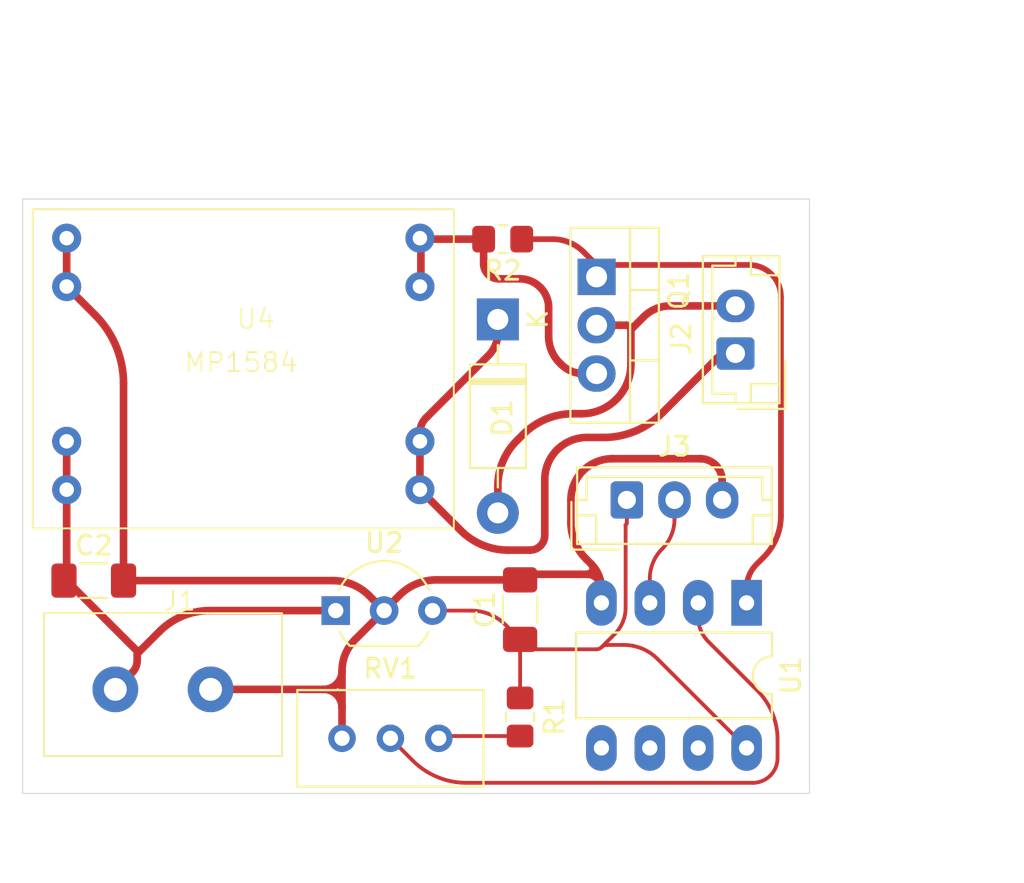
<source format=kicad_pcb>
(kicad_pcb (version 20240108) (generator "pcbnew") (generator_version "8.0")
  (layers (0 "F.Cu" signal) (31 "B.Cu" signal) (34 "B.Paste" user) (35 "F.Paste" user) (36 "B.SilkS" user "B.Silkscreen") (37 "F.SilkS" user "F.Silkscreen") (38 "B.Mask" user) (39 "F.Mask" user) (44 "Edge.Cuts" user))
  (net 0 "")
  (net 1 "GND")
  (net 2 "VCC")
  (net 3 "Net-(D1-A)")
  (net 4 "Net-(D1-K)")
  (net 5 "SIG")
  (net 6 "Net-(Q1-S)")
  (net 7 "Net-(R1-Pad2)")
  (net 8 "Net-(U1A--)")
  (net 12 "Net-(J3-Pin_3)")
  (net 13 "Net-(J3-Pin_2)")
  (footprint "Potentiometer_THT:Potentiometer_Bourns_3296W_Vertical" (layer "F.Cu") (at 77.6732 61.3918)
    (property "Reference" "RV1" (at -2.54 -3.66 0) (layer "F.SilkS"))
    (property "Value" "10k")
    (fp_line (start -7.425 -2.53) (end -7.425 2.54) (stroke (width 0.12)) (layer "F.SilkS"))
    (fp_line (start -7.425 -2.53) (end 2.345 -2.53) (stroke (width 0.12)) (layer "F.SilkS"))
    (fp_line (start -7.425 2.54) (end 2.345 2.54) (stroke (width 0.12)) (layer "F.SilkS"))
    (fp_line (start 2.345 -2.53) (end 2.345 2.54) (stroke (width 0.12)) (layer "F.SilkS"))
    (pad "1" thru_hole circle (at 0 0) (size 1.44 1.44) (drill 0.8) (layers "*.Cu" "*.Mask") (net 7 "Net-(R1-Pad2)"))
    (pad "2" thru_hole circle (at -2.54 0) (size 1.44 1.44) (drill 0.8) (layers "*.Cu" "*.Mask") (net 8 "Net-(U1A--)"))
    (pad "3" thru_hole circle (at -5.08 0) (size 1.44 1.44) (drill 0.8) (layers "*.Cu" "*.Mask") (net 1 "GND"))
  )
  (footprint "Connector:Screw terminal" (layer "F.Cu") (at 63.1952 58.9224)
    (property "Reference" "J1" (at 0.8636 -4.7442 0) (layer "F.SilkS") (effects (font (thickness 0.1))))
    (property "Value" "Screw_Terminal_01x02")
    (fp_rect (start -6.25 -4.1) (end 6.25 3.4) (stroke (width 0.1)) (fill none) (layer "F.SilkS"))
    (pad "1" thru_hole circle (at -2.5 -0.1) (size 2.4 2.4) (drill 1.2) (layers "*.Cu" "*.Mask") (net 2 "VCC"))
    (pad "2" thru_hole circle (at 2.5 -0.1) (size 2.4 2.4) (drill 1.2) (layers "*.Cu" "*.Mask") (net 1 "GND"))
  )
  (footprint "Module:MP1584" (layer "F.Cu") (at 69.0626 41.2242)
    (property "Reference" "U4" (at -0.9906 -1.8542 0) (layer "F.SilkS") (effects (font (thickness 0.1))))
    (property "Value" "MP1584")
    (fp_rect (start -12.7 -7.62) (end 9.398 9.144) (stroke (width 0.1)) (fill none) (layer "F.SilkS"))
    (fp_text user "MP1584" (at -1.778 1.016 0) (layer "F.SilkS") (effects (font (thickness 0.1)) (justify bottom)))
    (pad "1" thru_hole circle (at -10.922 -6.096) (size 1.524 1.524) (drill 0.762) (layers "*.Cu" "*.Mask") (net 1 "GND"))
    (pad "1" thru_hole circle (at -10.922 -3.556) (size 1.524 1.524) (drill 0.762) (layers "*.Cu" "*.Mask") (net 1 "GND"))
    (pad "2" thru_hole circle (at -10.922 4.572) (size 1.524 1.524) (drill 0.762) (layers "*.Cu" "*.Mask") (net 2 "VCC"))
    (pad "2" thru_hole circle (at -10.922 7.112) (size 1.524 1.524) (drill 0.762) (layers "*.Cu" "*.Mask") (net 2 "VCC"))
    (pad "3" thru_hole circle (at 7.62 -6.096) (size 1.524 1.524) (drill 0.762) (layers "*.Cu" "*.Mask") (net 6 "Net-(Q1-S)"))
    (pad "3" thru_hole circle (at 7.62 -3.556) (size 1.524 1.524) (drill 0.762) (layers "*.Cu" "*.Mask") (net 6 "Net-(Q1-S)"))
    (pad "4" thru_hole circle (at 7.62 4.572) (size 1.524 1.524) (drill 0.762) (layers "*.Cu" "*.Mask") (net 4 "Net-(D1-K)"))
    (pad "4" thru_hole circle (at 7.62 7.112) (size 1.524 1.524) (drill 0.762) (layers "*.Cu" "*.Mask") (net 4 "Net-(D1-K)"))
  )
  (footprint "Resistor_SMD:R_0805_2012Metric_Pad1.20x1.40mm_HandSolder" (layer "F.Cu") (at 81.9404 60.2742 -90)
    (property "Reference" "R1" (at 0 -1.8034 90) (layer "F.SilkS"))
    (property "Value" "10k")
    (fp_line (start -0.227064 0.735) (end 0.227064 0.735) (stroke (width 0.12)) (layer "F.SilkS"))
    (fp_line (start -0.227064 -0.735) (end 0.227064 -0.735) (stroke (width 0.12)) (layer "F.SilkS"))
    (pad "1" smd roundrect (at -1 0 270) (size 1.2 1.4) (layers "F.Cu" "F.Paste" "F.Mask") (roundrect_rratio 0.208333) (net 12 "Net-(J3-Pin_3)"))
    (pad "2" smd roundrect (at 1 0 270) (size 1.2 1.4) (layers "F.Cu" "F.Paste" "F.Mask") (roundrect_rratio 0.208333) (net 7 "Net-(R1-Pad2)"))
  )
  (footprint "Capacitor_SMD:C_1206_3216Metric_Pad1.33x1.80mm_HandSolder" (layer "F.Cu") (at 81.9404 54.6354 90)
    (property "Reference" "C1" (at 0 -1.85 -90) (layer "F.SilkS"))
    (property "Value" "100nf")
    (fp_line (start -0.711252 -0.91) (end 0.711252 -0.91) (stroke (width 0.12)) (layer "F.SilkS"))
    (fp_line (start -0.711252 0.91) (end 0.711252 0.91) (stroke (width 0.12)) (layer "F.SilkS"))
    (pad "1" smd roundrect (at -1.5625 0 90) (size 1.325 1.8) (layers "F.Cu" "F.Paste" "F.Mask") (roundrect_rratio 0.188679) (net 12 "Net-(J3-Pin_3)"))
    (pad "2" smd roundrect (at 1.5625 0 90) (size 1.325 1.8) (layers "F.Cu" "F.Paste" "F.Mask") (roundrect_rratio 0.188679) (net 1 "GND"))
  )
  (footprint "Diode_THT:D_DO-41_SOD81_P10.16mm_Horizontal" (layer "F.Cu") (at 80.772 39.3954 -90)
    (property "Reference" "D1" (at 5.1816 -0.2286 90) (layer "F.SilkS"))
    (property "Value" "1N5819")
    (fp_line (start 2.36 1.47) (end 7.8 1.47) (stroke (width 0.12)) (layer "F.SilkS"))
    (fp_line (start 7.8 1.47) (end 7.8 -1.47) (stroke (width 0.12)) (layer "F.SilkS"))
    (fp_line (start 1.34 0) (end 2.36 0) (stroke (width 0.12)) (layer "F.SilkS"))
    (fp_line (start 8.82 0) (end 7.8 0) (stroke (width 0.12)) (layer "F.SilkS"))
    (fp_line (start 2.36 -1.47) (end 2.36 1.47) (stroke (width 0.12)) (layer "F.SilkS"))
    (fp_line (start 3.14 -1.47) (end 3.14 1.47) (stroke (width 0.12)) (layer "F.SilkS"))
    (fp_line (start 3.26 -1.47) (end 3.26 1.47) (stroke (width 0.12)) (layer "F.SilkS"))
    (fp_line (start 3.38 -1.47) (end 3.38 1.47) (stroke (width 0.12)) (layer "F.SilkS"))
    (fp_line (start 7.8 -1.47) (end 2.36 -1.47) (stroke (width 0.12)) (layer "F.SilkS"))
    (fp_text user "K" (at 0 -2.1 90) (layer "F.SilkS"))
    (pad "1" thru_hole rect (at 0 0 270) (size 2.2 2.2) (drill 1.1) (layers "*.Cu" "*.Mask") (net 4 "Net-(D1-K)"))
    (pad "2" thru_hole oval (at 10.16 0 270) (size 2.2 2.2) (drill 1.1) (layers "*.Cu" "*.Mask") (net 3 "Net-(D1-A)"))
  )
  (footprint "Capacitor_SMD:C_1206_3216Metric_Pad1.33x1.80mm_HandSolder" (layer "F.Cu") (at 59.563 53.1114)
    (property "Reference" "C2" (at 0 -1.85 0) (layer "F.SilkS"))
    (property "Value" "100nf")
    (fp_line (start -0.711252 -0.91) (end 0.711252 -0.91) (stroke (width 0.12)) (layer "F.SilkS"))
    (fp_line (start -0.711252 0.91) (end 0.711252 0.91) (stroke (width 0.12)) (layer "F.SilkS"))
    (pad "1" smd roundrect (at -1.5625 0) (size 1.325 1.8) (layers "F.Cu" "F.Paste" "F.Mask") (roundrect_rratio 0.188679) (net 2 "VCC"))
    (pad "2" smd roundrect (at 1.5625 0) (size 1.325 1.8) (layers "F.Cu" "F.Paste" "F.Mask") (roundrect_rratio 0.188679) (net 1 "GND"))
  )
  (footprint "Connector_JST:JST_EH_B2B-EH-A_1x02_P2.50mm_Vertical" (layer "F.Cu") (at 93.2434 41.1842 90)
    (property "Reference" "J2" (at 0.7728 -2.8448 -90) (layer "F.SilkS"))
    (property "Value" "Screw_Terminal_01x02")
    (fp_line (start 5.11 -1.71) (end -2.61 -1.71) (stroke (width 0.12)) (layer "F.SilkS"))
    (fp_line (start -2.61 -1.71) (end -2.61 2.31) (stroke (width 0.12)) (layer "F.SilkS"))
    (fp_line (start 4.61 -1.21) (end 4.61 0) (stroke (width 0.12)) (layer "F.SilkS"))
    (fp_line (start -2.11 -1.21) (end 4.61 -1.21) (stroke (width 0.12)) (layer "F.SilkS"))
    (fp_line (start 4.61 0) (end 5.11 0) (stroke (width 0.12)) (layer "F.SilkS"))
    (fp_line (start -2.11 0) (end -2.11 -1.21) (stroke (width 0.12)) (layer "F.SilkS"))
    (fp_line (start -2.61 0) (end -2.11 0) (stroke (width 0.12)) (layer "F.SilkS"))
    (fp_line (start -2.91 0.11) (end -2.91 2.61) (stroke (width 0.12)) (layer "F.SilkS"))
    (fp_line (start 5.11 0.81) (end 4.11 0.81) (stroke (width 0.12)) (layer "F.SilkS"))
    (fp_line (start 4.11 0.81) (end 4.11 2.31) (stroke (width 0.12)) (layer "F.SilkS"))
    (fp_line (start -1.61 0.81) (end -1.61 2.31) (stroke (width 0.12)) (layer "F.SilkS"))
    (fp_line (start -2.61 0.81) (end -1.61 0.81) (stroke (width 0.12)) (layer "F.SilkS"))
    (fp_line (start 5.11 2.31) (end 5.11 -1.71) (stroke (width 0.12)) (layer "F.SilkS"))
    (fp_line (start -2.61 2.31) (end 5.11 2.31) (stroke (width 0.12)) (layer "F.SilkS"))
    (fp_line (start -2.91 2.61) (end -0.41 2.61) (stroke (width 0.12)) (layer "F.SilkS"))
    (pad "1" thru_hole roundrect (at 0 0 90) (size 1.7 2) (drill 1) (layers "*.Cu" "*.Mask") (roundrect_rratio 0.147059) (net 4 "Net-(D1-K)"))
    (pad "2" thru_hole oval (at 2.5 0 90) (size 1.7 2) (drill 1) (layers "*.Cu" "*.Mask") (net 3 "Net-(D1-A)"))
  )
  (footprint "Connector_JST:JST_EH_B3B-EH-A_1x03_P2.50mm_Vertical" (layer "F.Cu") (at 87.543 48.8744)
    (property "Reference" "J3" (at 2.5 -2.8 0) (layer "F.SilkS"))
    (property "Value" "Screw_Terminal_01x03")
    (fp_line (start -2.91 0.11) (end -2.91 2.61) (stroke (width 0.12)) (layer "F.SilkS"))
    (fp_line (start -2.91 2.61) (end -0.41 2.61) (stroke (width 0.12)) (layer "F.SilkS"))
    (fp_line (start -2.61 -1.71) (end -2.61 2.31) (stroke (width 0.12)) (layer "F.SilkS"))
    (fp_line (start -2.61 0) (end -2.11 0) (stroke (width 0.12)) (layer "F.SilkS"))
    (fp_line (start -2.61 0.81) (end -1.61 0.81) (stroke (width 0.12)) (layer "F.SilkS"))
    (fp_line (start -2.61 2.31) (end 7.61 2.31) (stroke (width 0.12)) (layer "F.SilkS"))
    (fp_line (start -2.11 -1.21) (end 7.11 -1.21) (stroke (width 0.12)) (layer "F.SilkS"))
    (fp_line (start -2.11 0) (end -2.11 -1.21) (stroke (width 0.12)) (layer "F.SilkS"))
    (fp_line (start -1.61 0.81) (end -1.61 2.31) (stroke (width 0.12)) (layer "F.SilkS"))
    (fp_line (start 6.61 0.81) (end 6.61 2.31) (stroke (width 0.12)) (layer "F.SilkS"))
    (fp_line (start 7.11 -1.21) (end 7.11 0) (stroke (width 0.12)) (layer "F.SilkS"))
    (fp_line (start 7.11 0) (end 7.61 0) (stroke (width 0.12)) (layer "F.SilkS"))
    (fp_line (start 7.61 -1.71) (end -2.61 -1.71) (stroke (width 0.12)) (layer "F.SilkS"))
    (fp_line (start 7.61 0.81) (end 6.61 0.81) (stroke (width 0.12)) (layer "F.SilkS"))
    (fp_line (start 7.61 2.31) (end 7.61 -1.71) (stroke (width 0.12)) (layer "F.SilkS"))
    (pad "1" thru_hole roundrect (at 0 0) (size 1.7 1.95) (drill 0.95) (layers "*.Cu" "*.Mask") (roundrect_rratio 0.147059) (net 12 "Net-(J3-Pin_3)"))
    (pad "2" thru_hole oval (at 2.5 0) (size 1.7 1.95) (drill 0.95) (layers "*.Cu" "*.Mask") (net 13 "Net-(J3-Pin_2)"))
    (pad "3" thru_hole oval (at 5 0) (size 1.7 1.95) (drill 0.95) (layers "*.Cu" "*.Mask") (net 1 "GND"))
  )
  (footprint "Package_DIP:DIP-8_W7.62mm_LongPads" (layer "F.Cu") (at 93.8276 54.2798 -90)
    (property "Reference" "U1" (at 3.81 -2.33 90) (layer "F.SilkS"))
    (property "Value" "LM358")
    (fp_line (start 1.56 8.95) (end 6.06 8.95) (stroke (width 0.12)) (layer "F.SilkS"))
    (fp_line (start 6.06 8.95) (end 6.06 -1.33) (stroke (width 0.12)) (layer "F.SilkS"))
    (fp_line (start 1.56 -1.33) (end 1.56 8.95) (stroke (width 0.12)) (layer "F.SilkS"))
    (fp_line (start 2.81 -1.33) (end 1.56 -1.33) (stroke (width 0.12)) (layer "F.SilkS"))
    (fp_line (start 6.06 -1.33) (end 4.81 -1.33) (stroke (width 0.12)) (layer "F.SilkS"))
    (fp_arc (start 4.81 -1.33) (mid 3.81 -0.33) (end 2.81 -1.33) (stroke (width 0.12)) (layer "F.SilkS"))
    (pad "1" thru_hole rect (at 0 0 270) (size 2.4 1.6) (drill 0.8) (layers "*.Cu" "*.Mask") (net 5 "SIG"))
    (pad "2" thru_hole oval (at 0 2.54 270) (size 2.4 1.6) (drill 0.8) (layers "*.Cu" "*.Mask") (net 8 "Net-(U1A--)"))
    (pad "3" thru_hole oval (at 0 5.08 270) (size 2.4 1.6) (drill 0.8) (layers "*.Cu" "*.Mask") (net 13 "Net-(J3-Pin_2)"))
    (pad "4" thru_hole oval (at 0 7.62 270) (size 2.4 1.6) (drill 0.8) (layers "*.Cu" "*.Mask") (net 1 "GND"))
    (pad "5" thru_hole oval (at 7.62 7.62 270) (size 2.4 1.6) (drill 0.8) (layers "*.Cu" "*.Mask"))
    (pad "6" thru_hole oval (at 7.62 5.08 270) (size 2.4 1.6) (drill 0.8) (layers "*.Cu" "*.Mask"))
    (pad "7" thru_hole oval (at 7.62 2.54 270) (size 2.4 1.6) (drill 0.8) (layers "*.Cu" "*.Mask"))
    (pad "8" thru_hole oval (at 7.62 0 270) (size 2.4 1.6) (drill 0.8) (layers "*.Cu" "*.Mask") (net 12 "Net-(J3-Pin_3)"))
  )
  (footprint "Package_TO_SOT_THT:TO-92_Inline_Wide" (layer "F.Cu") (at 72.263 54.6862)
    (property "Reference" "U2" (at 2.54 -3.56 0) (layer "F.SilkS"))
    (property "Value" "L7805")
    (fp_line (start 0.74 1.85) (end 4.34 1.85) (stroke (width 0.12)) (layer "F.SilkS"))
    (fp_arc (start 0.1836 -1.098807) (mid 1.143021 -2.192817) (end 2.54 -2.6) (stroke (width 0.12)) (layer "F.SilkS"))
    (fp_arc (start 0.74 1.85) (mid 0.446097 1.509328) (end 0.215816 1.122795) (stroke (width 0.12)) (layer "F.SilkS"))
    (fp_arc (start 2.54 -2.6) (mid 3.936979 -2.192818) (end 4.8964 -1.098807) (stroke (width 0.12)) (layer "F.SilkS"))
    (fp_arc (start 4.864184 1.122795) (mid 4.633903 1.509328) (end 4.34 1.85) (stroke (width 0.12)) (layer "F.SilkS"))
    (pad "1" thru_hole rect (at 0 0) (size 1.5 1.5) (drill 0.8) (layers "*.Cu" "*.Mask") (net 2 "VCC"))
    (pad "2" thru_hole circle (at 2.54 0) (size 1.5 1.5) (drill 0.8) (layers "*.Cu" "*.Mask") (net 1 "GND"))
    (pad "3" thru_hole circle (at 5.08 0) (size 1.5 1.5) (drill 0.8) (layers "*.Cu" "*.Mask") (net 12 "Net-(J3-Pin_3)"))
  )
  (footprint "Package_TO_SOT_THT:TO-220-3_Vertical" (layer "F.Cu") (at 85.9536 37.1602 -90)
    (property "Reference" "Q1" (at 0.7366 -4.318 90) (layer "F.SilkS"))
    (property "Value" "IRLZ44N")
    (fp_line (start -2.58 1.371) (end 7.66 1.371) (stroke (width 0.12)) (layer "F.SilkS"))
    (fp_line (start -2.58 -1.76) (end 7.66 -1.76) (stroke (width 0.12)) (layer "F.SilkS"))
    (fp_line (start -2.58 -3.27) (end -2.58 1.371) (stroke (width 0.12)) (layer "F.SilkS"))
    (fp_line (start -2.58 -3.27) (end 7.66 -3.27) (stroke (width 0.12)) (layer "F.SilkS"))
    (fp_line (start 0.69 -3.27) (end 0.69 -1.76) (stroke (width 0.12)) (layer "F.SilkS"))
    (fp_line (start 4.391 -3.27) (end 4.391 -1.76) (stroke (width 0.12)) (layer "F.SilkS"))
    (fp_line (start 7.66 -3.27) (end 7.66 1.371) (stroke (width 0.12)) (layer "F.SilkS"))
    (pad "1" thru_hole rect (at 0 0 270) (size 1.905 2) (drill 1.1) (layers "*.Cu" "*.Mask") (net 5 "SIG"))
    (pad "2" thru_hole oval (at 2.54 0 270) (size 1.905 2) (drill 1.1) (layers "*.Cu" "*.Mask") (net 3 "Net-(D1-A)"))
    (pad "3" thru_hole oval (at 5.08 0 270) (size 1.905 2) (drill 1.1) (layers "*.Cu" "*.Mask") (net 6 "Net-(Q1-S)"))
  )
  (footprint "Resistor_SMD:R_0805_2012Metric_Pad1.20x1.40mm_HandSolder" (layer "F.Cu") (at 81.026 35.179 180)
    (property "Reference" "R2" (at 0 -1.65 180) (layer "F.SilkS"))
    (property "Value" "10k")
    (fp_line (start -0.227064 0.735) (end 0.227064 0.735) (stroke (width 0.12)) (layer "F.SilkS"))
    (fp_line (start -0.227064 -0.735) (end 0.227064 -0.735) (stroke (width 0.12)) (layer "F.SilkS"))
    (pad "1" smd roundrect (at -1 0 180) (size 1.2 1.4) (layers "F.Cu" "F.Paste" "F.Mask") (roundrect_rratio 0.208333) (net 5 "SIG"))
    (pad "2" smd roundrect (at 1 0 180) (size 1.2 1.4) (layers "F.Cu" "F.Paste" "F.Mask") (roundrect_rratio 0.208333) (net 6 "Net-(Q1-S)"))
  )
  (gr_rect (start 55.8292 33.0708) (end 97.1296 64.2874) (stroke (width 0.05)) (fill none) (layer "Edge.Cuts"))
  (segment (start 72.5932 57.8592) (end 72.5932 59.7856) (width 0.4) (layer "F.Cu") (net 1))
  (segment (start 77.557075 53.0729) (end 81.731944 53.0729) (width 0.4) (layer "F.Cu") (net 1))
  (segment (start 74.803 54.6862) (end 73.274285 56.214914) (width 0.4) (layer "F.Cu") (net 1))
  (segment (start 91.397189 46.7106) (end 86.775425 46.7106) (width 0.4) (layer "F.Cu") (net 1))
  (segment (start 85.45675 52.7781) (end 82.443655 52.7781) (width 0.4) (layer "F.Cu") (net 1))
  (segment (start 61.1255 42.763743) (end 61.1255 53.1114) (width 0.4) (layer "F.Cu") (net 1))
  (segment (start 86.2076 53.52895) (end 86.2076 54.2798) (width 0.4) (layer "F.Cu") (net 1))
  (segment (start 71.63 58.8224) (end 65.6952 58.8224) (width 0.4) (layer "F.Cu") (net 1))
  (segment (start 72.5932 59.7856) (end 72.5932 61.3918) (width 0.4) (layer "F.Cu") (net 1))
  (segment (start 75.60965 53.87955) (end 74.803 54.6862) (width 0.4) (layer "F.Cu") (net 1))
  (segment (start 85.676668 52.247168) (end 85.4075 51.978) (width 0.4) (layer "F.Cu") (net 1))
  (segment (start 74.0156 53.8988) (end 74.803 54.6862) (width 0.4) (layer "F.Cu") (net 1))
  (segment (start 58.1406 37.6682) (end 58.1406 35.1282) (width 0.4) (layer "F.Cu") (net 1))
  (segment (start 92.543 47.85641) (end 92.543 48.8744) (width 0.4) (layer "F.Cu") (net 1))
  (segment (start 59.63305 39.16065) (end 58.1406 37.6682) (width 0.4) (layer "F.Cu") (net 1))
  (segment (start 72.114648 53.1114) (end 61.1255 53.1114) (width 0.4) (layer "F.Cu") (net 1))
  (segment (start 84.6074 48.878625) (end 84.6074 50.046387) (width 0.4) (layer "F.Cu") (net 1))
  (arc (start 85.676668 52.247168) (mid 86.069615 52.835254) (end 86.2076 53.52895) (width 0.4) (layer "F.Cu") (net 1))
  (arc (start 71.63 58.8224) (mid 72.311085 58.540285) (end 72.5932 57.8592) (width 0.4) (layer "F.Cu") (net 1))
  (arc (start 74.0156 53.8988) (mid 73.143435 53.316038) (end 72.114648 53.1114) (width 0.4) (layer "F.Cu") (net 1))
  (arc (start 92.2074 47.0462) (mid 92.45578 47.417927) (end 92.543 47.85641) (width 0.4) (layer "F.Cu") (net 1))
  (arc (start 73.274285 56.214914) (mid 72.770208 56.969319) (end 72.5932 57.8592) (width 0.4) (layer "F.Cu") (net 1))
  (arc (start 82.443655 52.7781) (mid 82.251067 52.816408) (end 82.0878 52.9255) (width 0.4) (layer "F.Cu") (net 1))
  (arc (start 92.2074 47.0462) (mid 91.835672 46.797819) (end 91.397189 46.7106) (width 0.4) (layer "F.Cu") (net 1))
  (arc (start 86.775425 46.7106) (mid 85.945757 46.875631) (end 85.2424 47.3456) (width 0.4) (layer "F.Cu") (net 1))
  (arc (start 77.557075 53.0729) (mid 76.503136 53.282541) (end 75.60965 53.87955) (width 0.4) (layer "F.Cu") (net 1))
  (arc (start 59.63305 39.16065) (mid 60.737624 40.813763) (end 61.1255 42.763743) (width 0.4) (layer "F.Cu") (net 1))
  (arc (start 85.45675 52.7781) (mid 85.744087 52.586106) (end 85.676668 52.247168) (width 0.4) (layer "F.Cu") (net 1))
  (arc (start 84.6074 50.046387) (mid 84.815339 51.091768) (end 85.4075 51.978) (width 0.4) (layer "F.Cu") (net 1))
  (arc (start 86.2076 53.52895) (mid 85.987681 52.998018) (end 85.45675 52.7781) (width 0.4) (layer "F.Cu") (net 1))
  (arc (start 82.0878 52.9255) (mid 81.924532 53.034591) (end 81.731944 53.0729) (width 0.4) (layer "F.Cu") (net 1))
  (arc (start 85.2424 47.3456) (mid 84.772431 48.048957) (end 84.6074 48.878625) (width 0.4) (layer "F.Cu") (net 1))
  (arc (start 72.5932 59.7856) (mid 72.311085 59.104514) (end 71.63 58.8224) (width 0.4) (layer "F.Cu") (net 1))
  (segment (start 58.190133 53.160932) (end 61.875949 56.84665) (width 0.4) (layer "F.Cu") (net 2))
  (segment (start 63.00875 55.78395) (end 61.94605 56.84665) (width 0.4) (layer "F.Cu") (net 2))
  (segment (start 58.1406 48.3362) (end 58.1406 45.7962) (width 0.4) (layer "F.Cu") (net 2))
  (segment (start 61.94605 56.84665) (end 61.87595 56.91675) (width 0.4) (layer "F.Cu") (net 2))
  (segment (start 61.584609 57.93299) (end 60.6952 58.8224) (width 0.4) (layer "F.Cu") (net 2))
  (segment (start 58.07055 53.1114) (end 58.0005 53.1114) (width 0.4) (layer "F.Cu") (net 2))
  (segment (start 61.8409 57.001368) (end 61.8409 57.31425) (width 0.4) (layer "F.Cu") (net 2))
  (segment (start 58.1406 48.3362) (end 58.1406 53.04135) (width 0.4) (layer "F.Cu") (net 2))
  (segment (start 65.658952 54.6862) (end 72.263 54.6862) (width 0.4) (layer "F.Cu") (net 2))
  (arc (start 65.658952 54.6862) (mid 64.224673 54.971495) (end 63.00875 55.78395) (width 0.4) (layer "F.Cu") (net 2))
  (arc (start 61.87595 56.91675) (mid 61.850009 56.955573) (end 61.8409 57.001368) (width 0.4) (layer "F.Cu") (net 2))
  (arc (start 61.8409 57.31425) (mid 61.774292 57.649109) (end 61.584609 57.93299) (width 0.4) (layer "F.Cu") (net 2))
  (arc (start 58.07055 53.1114) (mid 58.120082 53.090882) (end 58.1406 53.04135) (width 0.4) (layer "F.Cu") (net 2))
  (arc (start 61.87595 56.91675) (mid 61.890467 56.8817) (end 61.875949 56.84665) (width 0.4) (layer "F.Cu") (net 2))
  (arc (start 61.875949 56.84665) (mid 61.910999 56.861168) (end 61.94605 56.84665) (width 0.4) (layer "F.Cu") (net 2))
  (arc (start 58.1406 53.04135) (mid 58.153473 53.106067) (end 58.190133 53.160932) (width 0.4) (layer "F.Cu") (net 2))
  (arc (start 58.190133 53.160932) (mid 58.135267 53.124272) (end 58.07055 53.1114) (width 0.4) (layer "F.Cu") (net 2))
  (segment (start 80.772 48.1584) (end 80.772 49.5554) (width 0.4) (layer "F.Cu") (net 3))
  (segment (start 87.724154 39.803054) (end 87.68915 39.76805) (width 0.4) (layer "F.Cu") (net 3))
  (segment (start 87.525345 39.7002) (end 85.9536 39.7002) (width 0.4) (layer "F.Cu") (net 3))
  (segment (start 85.155369 44.3484) (end 84.709 44.3484) (width 0.4) (layer "F.Cu") (net 3))
  (segment (start 87.757 41.746769) (end 87.757 39.88235) (width 0.4) (layer "F.Cu") (net 3))
  (segment (start 87.882745 39.803054) (end 88.42575 39.26005) (width 0.4) (layer "F.Cu") (net 3))
  (segment (start 82.107368 45.42603) (end 81.759828 45.773571) (width 0.4) (layer "F.Cu") (net 3))
  (segment (start 89.815974 38.6842) (end 93.2434 38.6842) (width 0.4) (layer "F.Cu") (net 3))
  (arc (start 86.995 43.5864) (mid 86.15097 44.150362) (end 85.155369 44.3484) (width 0.4) (layer "F.Cu") (net 3))
  (arc (start 87.724154 39.803054) (mid 87.760535 39.827363) (end 87.80345 39.8359) (width 0.4) (layer "F.Cu") (net 3))
  (arc (start 81.759828 45.773571) (mid 81.028728 46.86774) (end 80.772 48.1584) (width 0.4) (layer "F.Cu") (net 3))
  (arc (start 87.882745 39.803054) (mid 87.846364 39.827363) (end 87.80345 39.8359) (width 0.4) (layer "F.Cu") (net 3))
  (arc (start 84.709 44.3484) (mid 83.301007 44.628466) (end 82.107368 45.42603) (width 0.4) (layer "F.Cu") (net 3))
  (arc (start 89.815974 38.6842) (mid 89.06359 38.833858) (end 88.42575 39.26005) (width 0.4) (layer "F.Cu") (net 3))
  (arc (start 87.757 41.746769) (mid 87.558962 42.74237) (end 86.995 43.5864) (width 0.4) (layer "F.Cu") (net 3))
  (arc (start 87.68915 39.76805) (mid 87.613995 39.717833) (end 87.525345 39.7002) (width 0.4) (layer "F.Cu") (net 3))
  (arc (start 87.757 39.88235) (mid 87.748463 39.839435) (end 87.724154 39.803054) (width 0.4) (layer "F.Cu") (net 3))
  (arc (start 87.80345 39.8359) (mid 87.770604 39.849504) (end 87.757 39.88235) (width 0.4) (layer "F.Cu") (net 3))
  (segment (start 92.266134 41.439465) (end 89.378816 44.326783) (width 0.4) (layer "F.Cu") (net 4))
  (segment (start 80.276424 41.292675) (end 77.004227 44.564872) (width 0.4) (layer "F.Cu") (net 4))
  (segment (start 92.8824 41.1842) (end 93.2434 41.1842) (width 0.4) (layer "F.Cu") (net 4))
  (segment (start 86.3219 45.593) (end 85.447186 45.593) (width 0.4) (layer "F.Cu") (net 4))
  (segment (start 76.6826 46.25105) (end 76.6826 48.3362) (width 0.4) (layer "F.Cu") (net 4))
  (segment (start 83.2358 50.73071) (end 83.2358 47.804386) (width 0.4) (layer "F.Cu") (net 4))
  (segment (start 76.6826 45.34135) (end 76.6826 46.25105) (width 0.4) (layer "F.Cu") (net 4))
  (segment (start 78.82487 50.47847) (end 76.6826 48.3362) (width 0.4) (layer "F.Cu") (net 4))
  (segment (start 82.45531 51.5112) (end 81.3181 51.5112) (width 0.4) (layer "F.Cu") (net 4))
  (segment (start 80.772 40.09625) (end 80.772 39.3954) (width 0.4) (layer "F.Cu") (net 4))
  (arc (start 83.0072 51.2826) (mid 82.75399 51.451788) (end 82.45531 51.5112) (width 0.4) (layer "F.Cu") (net 4))
  (arc (start 80.772 40.09625) (mid 80.643203 40.74375) (end 80.276424 41.292675) (width 0.4) (layer "F.Cu") (net 4))
  (arc (start 77.004227 44.564872) (mid 76.766188 44.921123) (end 76.6826 45.34135) (width 0.4) (layer "F.Cu") (net 4))
  (arc (start 78.82487 50.47847) (mid 79.968773 51.242802) (end 81.3181 51.5112) (width 0.4) (layer "F.Cu") (net 4))
  (arc (start 85.447186 45.593) (mid 84.600925 45.761331) (end 83.8835 46.2407) (width 0.4) (layer "F.Cu") (net 4))
  (arc (start 92.8824 41.1842) (mid 92.548879 41.250541) (end 92.266134 41.439465) (width 0.4) (layer "F.Cu") (net 4))
  (arc (start 89.378816 44.326783) (mid 87.976291 45.26392) (end 86.3219 45.593) (width 0.4) (layer "F.Cu") (net 4))
  (arc (start 83.8835 46.2407) (mid 83.404131 46.958125) (end 83.2358 47.804386) (width 0.4) (layer "F.Cu") (net 4))
  (arc (start 83.2358 50.73071) (mid 83.176388 51.02939) (end 83.0072 51.2826) (width 0.4) (layer "F.Cu") (net 4))
  (segment (start 94.358531 52.247168) (end 94.7293 51.8764) (width 0.3) (layer "F.Cu") (net 5))
  (segment (start 93.8276 53.52895) (end 93.8276 54.2798) (width 0.3) (layer "F.Cu") (net 5))
  (segment (start 86.26715 36.5331) (end 93.953426 36.5331) (width 0.3) (layer "F.Cu") (net 5))
  (segment (start 95.631 38.210673) (end 95.631 49.699503) (width 0.3) (layer "F.Cu") (net 5))
  (segment (start 85.9536 36.84665) (end 85.9536 37.1602) (width 0.3) (layer "F.Cu") (net 5))
  (segment (start 83.642006 35.179) (end 82.026 35.179) (width 0.3) (layer "F.Cu") (net 5))
  (segment (start 85.731886 36.311386) (end 85.27655 35.85605) (width 0.3) (layer "F.Cu") (net 5))
  (arc (start 94.358531 52.247168) (mid 93.965584 52.835254) (end 93.8276 53.52895) (width 0.3) (layer "F.Cu") (net 5))
  (arc (start 85.9536 36.84665) (mid 85.895978 36.556967) (end 85.731886 36.311386) (width 0.3) (layer "F.Cu") (net 5))
  (arc (start 85.27655 35.85605) (mid 84.526614 35.354959) (end 83.642006 35.179) (width 0.3) (layer "F.Cu") (net 5))
  (arc (start 86.26715 36.5331) (mid 86.045436 36.624936) (end 85.9536 36.84665) (width 0.3) (layer "F.Cu") (net 5))
  (arc (start 95.631 49.699503) (mid 95.396655 50.877631) (end 94.7293 51.8764) (width 0.3) (layer "F.Cu") (net 5))
  (arc (start 85.731886 36.311386) (mid 85.977467 36.475478) (end 86.26715 36.5331) (width 0.3) (layer "F.Cu") (net 5))
  (arc (start 95.13965 37.02445) (mid 95.503302 37.568693) (end 95.631 38.210673) (width 0.3) (layer "F.Cu") (net 5))
  (arc (start 95.13965 37.02445) (mid 94.595405 36.660797) (end 93.953426 36.5331) (width 0.3) (layer "F.Cu") (net 5))
  (segment (start 85.2678 42.2402) (end 85.9536 42.2402) (width 0.4) (layer "F.Cu") (net 6))
  (segment (start 80.026 35.179) (end 80.026 36.465263) (width 0.4) (layer "F.Cu") (net 6))
  (segment (start 83.439 40.288976) (end 83.439 38.779417) (width 0.4) (layer "F.Cu") (net 6))
  (segment (start 76.7334 37.581478) (end 76.7334 35.214921) (width 0.4) (layer "F.Cu") (net 6))
  (segment (start 80.026 35.179) (end 76.769321 35.179) (width 0.4) (layer "F.Cu") (net 6))
  (segment (start 76.708 35.1536) (end 76.6826 35.1282) (width 0.2) (layer "F.Cu") (net 6))
  (segment (start 80.822536 37.2618) (end 81.921382 37.2618) (width 0.4) (layer "F.Cu") (net 6))
  (segment (start 76.708 37.6428) (end 76.6826 37.6682) (width 0.2) (layer "F.Cu") (net 6))
  (segment (start 84.0105 41.6687) (end 84.097066 41.755266) (width 0.4) (layer "F.Cu") (net 6))
  (arc (start 76.7334 37.581478) (mid 76.726798 37.614665) (end 76.708 37.6428) (width 0.4) (layer "F.Cu") (net 6))
  (arc (start 82.9945 37.7063) (mid 83.323478 38.19865) (end 83.439 38.779417) (width 0.4) (layer "F.Cu") (net 6))
  (arc (start 82.9945 37.7063) (mid 82.502149 37.377321) (end 81.921382 37.2618) (width 0.4) (layer "F.Cu") (net 6))
  (arc (start 83.439 40.288976) (mid 83.587528 41.035677) (end 84.0105 41.6687) (width 0.4) (layer "F.Cu") (net 6))
  (arc (start 80.026 36.465263) (mid 80.086632 36.770084) (end 80.2593 37.0285) (width 0.4) (layer "F.Cu") (net 6))
  (arc (start 76.708 35.1536) (mid 76.736134 35.172398) (end 76.769321 35.179) (width 0.2) (layer "F.Cu") (net 6))
  (arc (start 80.2593 37.0285) (mid 80.517714 37.201167) (end 80.822536 37.2618) (width 0.4) (layer "F.Cu") (net 6))
  (arc (start 84.097066 41.755266) (mid 84.634203 42.114169) (end 85.2678 42.2402) (width 0.4) (layer "F.Cu") (net 6))
  (arc (start 76.769321 35.179) (mid 76.743921 35.189521) (end 76.7334 35.214921) (width 0.4) (layer "F.Cu") (net 6))
  (arc (start 76.7334 35.214921) (mid 76.726798 35.181734) (end 76.708 35.1536) (width 0.4) (layer "F.Cu") (net 6))
  (segment (start 77.732 61.333) (end 77.6732 61.3918) (width 0.2) (layer "F.Cu") (net 7))
  (segment (start 77.873955 61.2742) (end 81.9404 61.2742) (width 0.2) (layer "F.Cu") (net 7))
  (arc (start 77.873955 61.2742) (mid 77.797129 61.289481) (end 77.732 61.333) (width 0.2) (layer "F.Cu") (net 7))
  (segment (start 76.302996 62.561596) (end 75.1332 61.3918) (width 0.2) (layer "F.Cu") (net 8))
  (segment (start 95.4532 61.45685) (end 95.4532 62.425809) (width 0.2) (layer "F.Cu") (net 8))
  (segment (start 91.2876 55.03065) (end 91.2876 54.2798) (width 0.2) (layer "F.Cu") (net 8))
  (segment (start 94.385645 58.879545) (end 91.818531 56.312431) (width 0.2) (layer "F.Cu") (net 8))
  (segment (start 79.127135 63.731393) (end 94.147616 63.731393) (width 0.2) (layer "F.Cu") (net 8))
  (arc (start 95.4532 62.425809) (mid 95.353818 62.925434) (end 95.070803 63.348996) (width 0.2) (layer "F.Cu") (net 8))
  (arc (start 95.070803 63.348996) (mid 94.647241 63.632011) (end 94.147616 63.731393) (width 0.2) (layer "F.Cu") (net 8))
  (arc (start 91.2876 55.03065) (mid 91.425584 55.724344) (end 91.818531 56.312431) (width 0.2) (layer "F.Cu") (net 8))
  (arc (start 76.302996 62.561596) (mid 77.598722 63.427372) (end 79.127135 63.731393) (width 0.2) (layer "F.Cu") (net 8))
  (arc (start 94.385645 58.879545) (mid 95.175751 60.062022) (end 95.4532 61.45685) (width 0.2) (layer "F.Cu") (net 8))
  (segment (start 81.9404 56.565807) (end 81.9404 59.2742) (width 0.2) (layer "F.Cu") (net 12))
  (segment (start 89.153781 57.225981) (end 93.8276 61.8998) (width 0.2) (layer "F.Cu") (net 12))
  (segment (start 86.2203 56.6039) (end 86.4489 56.3753) (width 0.2) (layer "F.Cu") (net 12))
  (segment (start 87.4792 54.535645) (end 87.4792 50.193131) (width 0.2) (layer "F.Cu") (net 12))
  (segment (start 86.496244 56.4896) (end 87.376 56.4896) (width 0.2) (layer "F.Cu") (net 12))
  (segment (start 87.4784 50.1896) (end 87.5103 50.1577) (width 0.2) (layer "F.Cu") (net 12))
  (segment (start 81.68025 55.93775) (end 81.18455 55.44205) (width 0.2) (layer "F.Cu") (net 12))
  (segment (start 81.68025 55.93775) (end 82.20055 56.45805) (width 0.2) (layer "F.Cu") (net 12))
  (segment (start 87.543 50.078755) (end 87.543 48.8744) (width 0.2) (layer "F.Cu") (net 12))
  (segment (start 86.9069 55.9173) (end 86.4489 56.3753) (width 0.2) (layer "F.Cu") (net 12))
  (segment (start 85.944355 56.7182) (end 82.828607 56.7182) (width 0.2) (layer "F.Cu") (net 12))
  (segment (start 79.359766 54.6862) (end 77.343 54.6862) (width 0.2) (layer "F.Cu") (net 12))
  (arc (start 89.153781 57.225981) (mid 88.338128 56.680979) (end 87.376 56.4896) (width 0.2) (layer "F.Cu") (net 12))
  (arc (start 81.9404 56.565807) (mid 81.872789 56.225905) (end 81.68025 55.93775) (width 0.2) (layer "F.Cu") (net 12))
  (arc (start 87.4784 50.1896) (mid 87.478068 50.1904) (end 87.4784 50.1912) (width 0.2) (layer "F.Cu") (net 12))
  (arc (start 81.18455 55.44205) (mid 80.347332 54.882639) (end 79.359766 54.6862) (width 0.2) (layer "F.Cu") (net 12))
  (arc (start 87.4792 54.535645) (mid 87.330464 55.283391) (end 86.9069 55.9173) (width 0.2) (layer "F.Cu") (net 12))
  (arc (start 86.2203 56.6039) (mid 86.093695 56.688494) (end 85.944355 56.7182) (width 0.2) (layer "F.Cu") (net 12))
  (arc (start 82.20055 56.45805) (mid 82.488705 56.650589) (end 82.828607 56.7182) (width 0.2) (layer "F.Cu") (net 12))
  (arc (start 87.4784 50.1912) (mid 87.478992 50.192086) (end 87.4792 50.193131) (width 0.2) (layer "F.Cu") (net 12))
  (arc (start 82.20055 56.45805) (mid 82.034474 56.425015) (end 81.9404 56.565807) (width 0.2) (layer "F.Cu") (net 12))
  (arc (start 86.4489 56.3753) (mid 86.434385 56.448267) (end 86.496244 56.4896) (width 0.2) (layer "F.Cu") (net 12))
  (arc (start 87.543 50.078755) (mid 87.534501 50.121479) (end 87.5103 50.1577) (width 0.2) (layer "F.Cu") (net 12))
  (arc (start 86.496244 56.4896) (mid 86.346904 56.519305) (end 86.2203 56.6039) (width 0.2) (layer "F.Cu") (net 12))
  (segment (start 88.7476 53.011386) (end 88.7476 54.2798) (width 0.2) (layer "F.Cu") (net 13))
  (segment (start 90.043 49.884013) (end 90.043 48.8744) (width 0.2) (layer "F.Cu") (net 13))
  (arc (start 90.043 49.884013) (mid 89.874668 50.730274) (end 89.3953 51.4477) (width 0.2) (layer "F.Cu") (net 13))
  (arc (start 89.3953 51.4477) (mid 88.915931 52.165125) (end 88.7476 53.011386) (width 0.2) (layer "F.Cu") (net 13))
)
</source>
